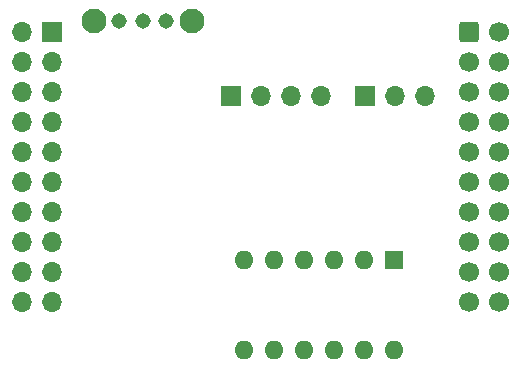
<source format=gbr>
%TF.GenerationSoftware,KiCad,Pcbnew,7.0.6*%
%TF.CreationDate,2024-02-05T23:01:21+08:00*%
%TF.ProjectId,jlink_power,6a6c696e-6b5f-4706-9f77-65722e6b6963,rev?*%
%TF.SameCoordinates,Original*%
%TF.FileFunction,Soldermask,Bot*%
%TF.FilePolarity,Negative*%
%FSLAX46Y46*%
G04 Gerber Fmt 4.6, Leading zero omitted, Abs format (unit mm)*
G04 Created by KiCad (PCBNEW 7.0.6) date 2024-02-05 23:01:21*
%MOMM*%
%LPD*%
G01*
G04 APERTURE LIST*
G04 Aperture macros list*
%AMRoundRect*
0 Rectangle with rounded corners*
0 $1 Rounding radius*
0 $2 $3 $4 $5 $6 $7 $8 $9 X,Y pos of 4 corners*
0 Add a 4 corners polygon primitive as box body*
4,1,4,$2,$3,$4,$5,$6,$7,$8,$9,$2,$3,0*
0 Add four circle primitives for the rounded corners*
1,1,$1+$1,$2,$3*
1,1,$1+$1,$4,$5*
1,1,$1+$1,$6,$7*
1,1,$1+$1,$8,$9*
0 Add four rect primitives between the rounded corners*
20,1,$1+$1,$2,$3,$4,$5,0*
20,1,$1+$1,$4,$5,$6,$7,0*
20,1,$1+$1,$6,$7,$8,$9,0*
20,1,$1+$1,$8,$9,$2,$3,0*%
G04 Aperture macros list end*
%ADD10O,1.700000X1.700000*%
%ADD11R,1.700000X1.700000*%
%ADD12C,1.700000*%
%ADD13RoundRect,0.250000X-0.600000X-0.600000X0.600000X-0.600000X0.600000X0.600000X-0.600000X0.600000X0*%
%ADD14C,2.100000*%
%ADD15C,1.308000*%
%ADD16R,1.600000X1.600000*%
%ADD17O,1.600000X1.600000*%
G04 APERTURE END LIST*
D10*
%TO.C,J4*%
X85359000Y-76835000D03*
X82819000Y-76835000D03*
D11*
X80279000Y-76835000D03*
%TD*%
D12*
%TO.C,J2*%
X91694000Y-94234000D03*
X89154000Y-94234000D03*
X91694000Y-91694000D03*
X89154000Y-91694000D03*
X91694000Y-89154000D03*
X89154000Y-89154000D03*
X91694000Y-86614000D03*
X89154000Y-86614000D03*
X91694000Y-84074000D03*
X89154000Y-84074000D03*
X91694000Y-81534000D03*
X89154000Y-81534000D03*
X91694000Y-78994000D03*
X89154000Y-78994000D03*
X91694000Y-76454000D03*
X89154000Y-76454000D03*
X91694000Y-73914000D03*
X89154000Y-73914000D03*
X91694000Y-71374000D03*
D13*
X89154000Y-71374000D03*
%TD*%
D14*
%TO.C,U1*%
X57350000Y-70485000D03*
X65650000Y-70485000D03*
D15*
X61500000Y-70485000D03*
X59500000Y-70485000D03*
X63500000Y-70485000D03*
%TD*%
D16*
%TO.C,SW2*%
X82804000Y-90678000D03*
D17*
X80264000Y-90678000D03*
X77724000Y-90678000D03*
X75184000Y-90678000D03*
X72644000Y-90678000D03*
X70104000Y-90678000D03*
X70104000Y-98298000D03*
X72644000Y-98298000D03*
X75184000Y-98298000D03*
X77724000Y-98298000D03*
X80264000Y-98298000D03*
X82804000Y-98298000D03*
%TD*%
D10*
%TO.C,J3*%
X76581000Y-76835000D03*
X74041000Y-76835000D03*
X71501000Y-76835000D03*
D11*
X68961000Y-76835000D03*
%TD*%
%TO.C,J1*%
X53848000Y-71354000D03*
D10*
X51308000Y-71354000D03*
X53848000Y-73894000D03*
X51308000Y-73894000D03*
X53848000Y-76434000D03*
X51308000Y-76434000D03*
X53848000Y-78974000D03*
X51308000Y-78974000D03*
X53848000Y-81514000D03*
X51308000Y-81514000D03*
X53848000Y-84054000D03*
X51308000Y-84054000D03*
X53848000Y-86594000D03*
X51308000Y-86594000D03*
X53848000Y-89134000D03*
X51308000Y-89134000D03*
X53848000Y-91674000D03*
X51308000Y-91674000D03*
X53848000Y-94214000D03*
X51308000Y-94214000D03*
%TD*%
M02*

</source>
